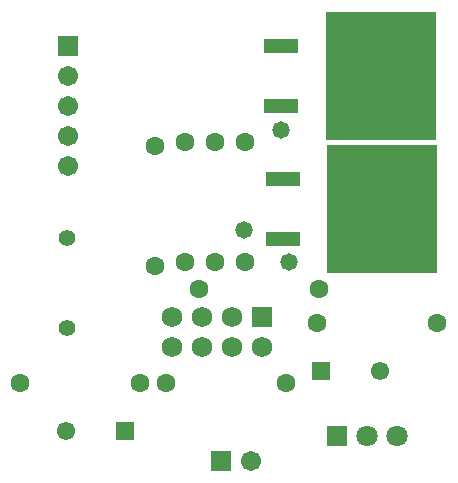
<source format=gts>
%FSLAX25Y25*%
%MOIN*%
G70*
G01*
G75*
G04 Layer_Color=8388736*
%ADD10R,0.36221X0.42126*%
%ADD11R,0.10630X0.04331*%
%ADD12C,0.02000*%
%ADD13C,0.02500*%
%ADD14C,0.03937*%
%ADD15C,0.10000*%
%ADD16C,0.05000*%
%ADD17C,0.01000*%
%ADD18R,0.06299X0.06299*%
%ADD19C,0.06299*%
%ADD20C,0.04724*%
%ADD21C,0.05315*%
%ADD22R,0.05315X0.05315*%
%ADD23C,0.06000*%
%ADD24R,0.06000X0.06000*%
%ADD25C,0.05512*%
%ADD26R,0.05906X0.05906*%
%ADD27C,0.05906*%
%ADD28R,0.05906X0.05906*%
%ADD29C,0.05000*%
%ADD30C,0.00787*%
%ADD31C,0.00984*%
%ADD32C,0.00050*%
%ADD33C,0.00591*%
%ADD34R,0.37021X0.42926*%
%ADD35R,0.11430X0.05131*%
%ADD36R,0.07099X0.07099*%
%ADD37C,0.07099*%
%ADD38C,0.05524*%
%ADD39C,0.06115*%
%ADD40R,0.06115X0.06115*%
%ADD41C,0.06800*%
%ADD42R,0.06800X0.06800*%
%ADD43C,0.06312*%
%ADD44R,0.06706X0.06706*%
%ADD45C,0.06706*%
%ADD46R,0.06706X0.06706*%
%ADD47C,0.05800*%
D34*
X125173Y135500D02*
D03*
X125673Y91000D02*
D03*
D35*
X92032Y125500D02*
D03*
Y145500D02*
D03*
X92532Y81000D02*
D03*
Y101000D02*
D03*
D36*
X110500Y15500D02*
D03*
D37*
X120500D02*
D03*
X130500D02*
D03*
D38*
X20500Y81500D02*
D03*
Y51500D02*
D03*
D39*
X20157Y17000D02*
D03*
X124843Y37000D02*
D03*
D40*
X39843Y17000D02*
D03*
X105157Y37000D02*
D03*
D41*
X55700Y55000D02*
D03*
Y45100D02*
D03*
X65700Y55000D02*
D03*
X65400Y45100D02*
D03*
X75600Y55000D02*
D03*
Y45000D02*
D03*
X85700D02*
D03*
D42*
X85600Y55100D02*
D03*
D43*
X60000Y73500D02*
D03*
Y113500D02*
D03*
X70000Y73500D02*
D03*
Y113500D02*
D03*
X80000Y73500D02*
D03*
Y113500D02*
D03*
X50000Y72000D02*
D03*
Y112000D02*
D03*
X45000Y33000D02*
D03*
X5000D02*
D03*
X53500D02*
D03*
X93500D02*
D03*
X64500Y64500D02*
D03*
X104500D02*
D03*
X104000Y53000D02*
D03*
X144000D02*
D03*
D44*
X21000Y145500D02*
D03*
D45*
Y135500D02*
D03*
Y125500D02*
D03*
Y115500D02*
D03*
Y105500D02*
D03*
X82000Y7000D02*
D03*
D46*
X72000D02*
D03*
D47*
X79500Y84000D02*
D03*
X94500Y73500D02*
D03*
X92000Y117500D02*
D03*
M02*

</source>
